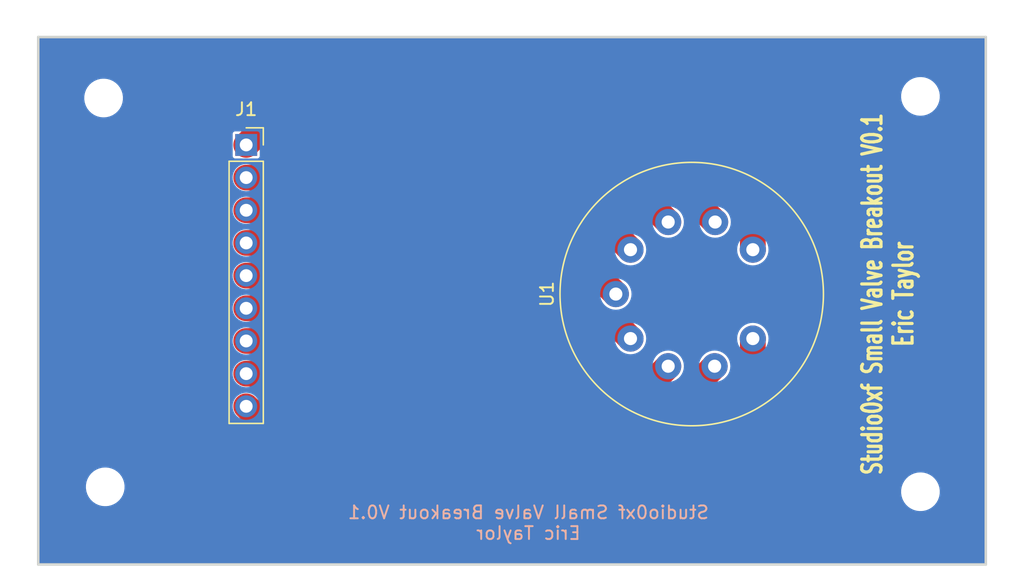
<source format=kicad_pcb>
(kicad_pcb (version 20211014) (generator pcbnew)
  (layers (0 "F.Cu" signal) (31 "B.Cu" signal) (34 "B.Paste" user) (35 "F.Paste" user) (36 "B.SilkS" user "B.Silkscreen") (37 "F.SilkS" user "F.Silkscreen") (38 "B.Mask" user) (39 "F.Mask" user) (44 "Edge.Cuts" user))
  (net 0 "")
  (net 1 "1")
  (net 2 "2")
  (net 3 "3")
  (net 4 "4")
  (net 5 "5")
  (net 6 "6")
  (net 7 "7")
  (net 8 "8")
  (net 9 "9")
  (footprint "MountingHole:MountingHole_2.5mm" (layer "F.Cu") (at 91.44 78.74)
    (fp_text reference "REF**" hide)
    (fp_text value "MountingHole_2.5mm")
    (pad "" np_thru_hole circle (at 0 0) (size 2.5 2.5) (drill 2.5) (layers *.Cu *.Mask))
  )
  (footprint "valve_breakout_small9:small9_valve" (layer "F.Cu") (at 141.91 90.53 90)
    (fp_text reference "U1" (at -3.45 -16 90) (layer "F.SilkS"))
    (fp_text value "small_9pin_valve")
    (fp_circle (center -3.45 -4.75) (end 6.71 -3.48) (layer "F.SilkS") (width 0.12) (fill none))
    (pad "1" thru_hole circle (at 0 0 90) (size 2.03 2.03) (drill 1.02) (layers *.Cu *.Mask) (net 1 "1"))
    (pad "2" thru_hole circle (at 2.15 -2.93 90) (size 2.03 2.03) (drill 1.02) (layers *.Cu *.Mask) (net 2 "2"))
    (pad "3" thru_hole circle (at 2.15 -6.58 90) (size 2.03 2.03) (drill 1.02) (layers *.Cu *.Mask) (net 3 "3"))
    (pad "4" thru_hole circle (at 0 -9.51 90) (size 2.03 2.03) (drill 1.02) (layers *.Cu *.Mask) (net 4 "4"))
    (pad "5" thru_hole circle (at -3.45 -10.65 90) (size 2.03 2.03) (drill 1.02) (layers *.Cu *.Mask) (net 5 "5"))
    (pad "6" thru_hole circle (at -6.91 -9.51 90) (size 2.03 2.03) (drill 1.02) (layers *.Cu *.Mask) (net 6 "6"))
    (pad "7" thru_hole circle (at -9.06 -6.58 90) (size 2.03 2.03) (drill 1.02) (layers *.Cu *.Mask) (net 7 "7"))
    (pad "8" thru_hole circle (at -9.06 -2.97 90) (size 2.03 2.03) (drill 1.02) (layers *.Cu *.Mask) (net 8 "8"))
    (pad "9" thru_hole circle (at -6.91 0 90) (size 2.03 2.03) (drill 1.02) (layers *.Cu *.Mask) (net 9 "9"))
  )
  (footprint "valve_breakout_small9:PinSocket_1x09_P2.54mm_Vertical" (layer "F.Cu") (at 102.525933 82.385933)
    (fp_text reference "J1" (at 0 -2.77) (layer "F.SilkS"))
    (fp_text value "Conn_01x09_Male")
    (fp_line (start 0 -1.33) (end 1.33 -1.33) (layer "F.SilkS") (width 0.12))
    (fp_line (start 1.33 1.27) (end 1.33 21.65) (layer "F.SilkS") (width 0.12))
    (fp_line (start -1.33 1.27) (end 1.33 1.27) (layer "F.SilkS") (width 0.12))
    (fp_line (start -1.33 1.27) (end -1.33 21.65) (layer "F.SilkS") (width 0.12))
    (fp_line (start -1.33 21.65) (end 1.33 21.65) (layer "F.SilkS") (width 0.12))
    (fp_line (start 1.33 -1.33) (end 1.33 0) (layer "F.SilkS") (width 0.12))
    (pad "1" thru_hole rect (at 0 0) (size 1.7 1.7) (drill 1) (layers *.Cu *.Mask) (net 1 "1"))
    (pad "2" thru_hole oval (at 0 2.54) (size 1.7 1.7) (drill 1) (layers *.Cu *.Mask) (net 2 "2"))
    (pad "3" thru_hole oval (at 0 5.08) (size 1.7 1.7) (drill 1) (layers *.Cu *.Mask) (net 3 "3"))
    (pad "4" thru_hole oval (at 0 7.62) (size 1.7 1.7) (drill 1) (layers *.Cu *.Mask) (net 4 "4"))
    (pad "5" thru_hole oval (at 0 10.16) (size 1.7 1.7) (drill 1) (layers *.Cu *.Mask) (net 5 "5"))
    (pad "6" thru_hole oval (at 0 12.7) (size 1.7 1.7) (drill 1) (layers *.Cu *.Mask) (net 6 "6"))
    (pad "7" thru_hole oval (at 0 15.24) (size 1.7 1.7) (drill 1) (layers *.Cu *.Mask) (net 7 "7"))
    (pad "8" thru_hole oval (at 0 17.78) (size 1.7 1.7) (drill 1) (layers *.Cu *.Mask) (net 8 "8"))
    (pad "9" thru_hole oval (at 0 20.32) (size 1.7 1.7) (drill 1) (layers *.Cu *.Mask) (net 9 "9"))
  )
  (footprint "MountingHole:MountingHole_2.5mm" (layer "F.Cu") (at 91.567 108.966)
    (fp_text reference "REF**" hide)
    (fp_text value "MountingHole_2.5mm")
    (pad "" np_thru_hole circle (at 0 0) (size 2.5 2.5) (drill 2.5) (layers *.Cu *.Mask))
  )
  (footprint "MountingHole:MountingHole_2.5mm" (layer "F.Cu") (at 154.94 109.347)
    (fp_text reference "REF" hide)
    (fp_text value "MountingHole_2.5mm")
    (pad "" np_thru_hole circle (at 0 0) (size 2.5 2.5) (drill 2.5) (layers *.Cu *.Mask))
  )
  (footprint "MountingHole:MountingHole_2.5mm" (layer "F.Cu") (at 154.94 78.613)
    (fp_text reference "REF**" hide)
    (fp_text value "MountingHole_2.5mm")
    (pad "" np_thru_hole circle (at 0 0) (size 2.5 2.5) (drill 2.5) (layers *.Cu *.Mask))
  )
  (gr_line (start 86.36 115) (end 86.36 74) (layer "Edge.Cuts") (width 0.2))
  (gr_line (start 160.02 115) (end 86.36 115) (layer "Edge.Cuts") (width 0.2))
  (gr_line (start 86.36 74) (end 160.02 74) (layer "Edge.Cuts") (width 0.2))
  (gr_line (start 160.02 74) (end 160.02 115) (layer "Edge.Cuts") (width 0.2))
  (gr_text "Studio0xf Small Valve Breakout V0.1\nEric Taylor" (at 124.46 111.76) (layer "B.SilkS") (effects (font (size 1 1)) (justify mirror)))
  (gr_text "Studio0xf Small Valve Breakout V0.1\nEric Taylor" (at 152.4 93.98 90) (layer "F.SilkS") (effects (font (size 1.5 1) (thickness 0.25))))
  (segment (start 141.91 87.104104) (end 131.005896 76.2) (width 2) (layer "F.Cu") (net 1))
  (segment (start 108.711866 76.2) (end 102.525933 82.385933) (width 2) (layer "F.Cu") (net 1))
  (segment (start 131.005896 76.2) (end 108.711866 76.2) (width 2) (layer "F.Cu") (net 1))
  (segment (start 141.91 90.53) (end 141.91 87.104104) (width 2) (layer "F.Cu") (net 1))
  (segment (start 131.88 81.28) (end 107.115444 81.28) (width 2) (layer "F.Cu") (net 2))
  (segment (start 103.469511 84.925933) (end 102.525933 84.925933) (width 2) (layer "F.Cu") (net 2))
  (segment (start 138.98 88.38) (end 131.88 81.28) (width 2) (layer "F.Cu") (net 2))
  (segment (start 107.115444 81.28) (end 103.469511 84.925933) (width 2) (layer "F.Cu") (net 2))
  (segment (start 135.33 88.38) (end 130.77 83.82) (width 2) (layer "F.Cu") (net 3))
  (segment (start 130.77 83.82) (end 107.686036 83.82) (width 2) (layer "F.Cu") (net 3))
  (segment (start 107.686036 83.82) (end 104.040103 87.465933) (width 2) (layer "F.Cu") (net 3))
  (segment (start 104.040103 87.465933) (end 102.525933 87.465933) (width 2) (layer "F.Cu") (net 3))
  (segment (start 128.23 86.36) (end 108.256628 86.36) (width 2) (layer "F.Cu") (net 4))
  (segment (start 132.4 90.53) (end 128.23 86.36) (width 2) (layer "F.Cu") (net 4))
  (segment (start 104.610695 90.005933) (end 102.525933 90.005933) (width 2) (layer "F.Cu") (net 4))
  (segment (start 108.256628 86.36) (end 104.610695 90.005933) (width 2) (layer "F.Cu") (net 4))
  (segment (start 105.780268 92.205453) (end 105.439788 92.545933) (width 2) (layer "F.Cu") (net 5))
  (segment (start 129.485453 92.205453) (end 105.780268 92.205453) (width 2) (layer "F.Cu") (net 5))
  (segment (start 105.439788 92.545933) (end 102.525933 92.545933) (width 2) (layer "F.Cu") (net 5))
  (segment (start 131.26 93.98) (end 129.485453 92.205453) (width 2) (layer "F.Cu") (net 5))
  (segment (start 106.303263 96.52) (end 131.48 96.52) (width 2) (layer "F.Cu") (net 6))
  (segment (start 102.525933 95.085933) (end 104.869196 95.085933) (width 2) (layer "F.Cu") (net 6))
  (segment (start 104.869196 95.085933) (end 106.303263 96.52) (width 2) (layer "F.Cu") (net 6))
  (segment (start 131.48 96.52) (end 132.4 97.44) (width 2) (layer "F.Cu") (net 6))
  (segment (start 104.298605 97.625933) (end 105.732672 99.06) (width 2) (layer "F.Cu") (net 7))
  (segment (start 131.642614 100.604999) (end 134.315001 100.604999) (width 2) (layer "F.Cu") (net 7))
  (segment (start 105.732672 99.06) (end 130.097615 99.06) (width 2) (layer "F.Cu") (net 7))
  (segment (start 102.525933 97.625933) (end 104.298605 97.625933) (width 2) (layer "F.Cu") (net 7))
  (segment (start 130.097615 99.06) (end 131.642614 100.604999) (width 2) (layer "F.Cu") (net 7))
  (segment (start 134.315001 100.604999) (end 135.33 99.59) (width 2) (layer "F.Cu") (net 7))
  (segment (start 138.94 99.59) (end 135.725481 102.804519) (width 2) (layer "F.Cu") (net 8))
  (segment (start 135.725481 102.804519) (end 106.3666 102.804519) (width 2) (layer "F.Cu") (net 8))
  (segment (start 106.3666 102.804519) (end 103.728014 100.165933) (width 2) (layer "F.Cu") (net 8))
  (segment (start 103.728014 100.165933) (end 102.525933 100.165933) (width 2) (layer "F.Cu") (net 8))
  (segment (start 106.5 106.68) (end 102.525933 102.705933) (width 2) (layer "F.Cu") (net 9))
  (segment (start 141.91 97.44) (end 141.91 99.751793) (width 2) (layer "F.Cu") (net 9))
  (segment (start 134.981793 106.68) (end 106.5 106.68) (width 2) (layer "F.Cu") (net 9))
  (segment (start 141.91 99.751793) (end 134.981793 106.68) (width 2) (layer "F.Cu") (net 9))
  (zone (net 0) (net_name "") (layer "B.Cu") (connect_pads (clearance 0)) (min_thickness 0.254) (fill yes (thermal_gap 0.508) (thermal_bridge_width 0.508))
    (polygon (pts (xy 162.56 116.84) (xy 83.82 116.84) (xy 83.82 71.12) (xy 162.56 71.12)))
  )
)
</source>
